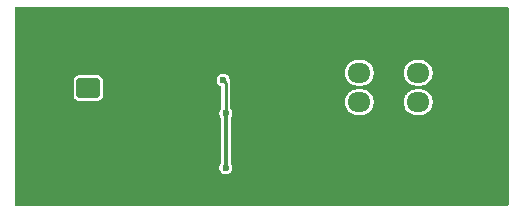
<source format=gbr>
%TF.GenerationSoftware,KiCad,Pcbnew,9.0.0*%
%TF.CreationDate,2025-04-24T23:50:50+03:00*%
%TF.ProjectId,Analog,416e616c-6f67-42e6-9b69-6361645f7063,rev?*%
%TF.SameCoordinates,Original*%
%TF.FileFunction,Copper,L2,Bot*%
%TF.FilePolarity,Positive*%
%FSLAX46Y46*%
G04 Gerber Fmt 4.6, Leading zero omitted, Abs format (unit mm)*
G04 Created by KiCad (PCBNEW 9.0.0) date 2025-04-24 23:50:50*
%MOMM*%
%LPD*%
G01*
G04 APERTURE LIST*
G04 Aperture macros list*
%AMRoundRect*
0 Rectangle with rounded corners*
0 $1 Rounding radius*
0 $2 $3 $4 $5 $6 $7 $8 $9 X,Y pos of 4 corners*
0 Add a 4 corners polygon primitive as box body*
4,1,4,$2,$3,$4,$5,$6,$7,$8,$9,$2,$3,0*
0 Add four circle primitives for the rounded corners*
1,1,$1+$1,$2,$3*
1,1,$1+$1,$4,$5*
1,1,$1+$1,$6,$7*
1,1,$1+$1,$8,$9*
0 Add four rect primitives between the rounded corners*
20,1,$1+$1,$2,$3,$4,$5,0*
20,1,$1+$1,$4,$5,$6,$7,0*
20,1,$1+$1,$6,$7,$8,$9,0*
20,1,$1+$1,$8,$9,$2,$3,0*%
G04 Aperture macros list end*
%TA.AperFunction,ComponentPad*%
%ADD10RoundRect,0.250000X0.725000X-0.600000X0.725000X0.600000X-0.725000X0.600000X-0.725000X-0.600000X0*%
%TD*%
%TA.AperFunction,ComponentPad*%
%ADD11O,1.950000X1.700000*%
%TD*%
%TA.AperFunction,ComponentPad*%
%ADD12C,2.600000*%
%TD*%
%TA.AperFunction,ConnectorPad*%
%ADD13C,3.800000*%
%TD*%
%TA.AperFunction,ComponentPad*%
%ADD14RoundRect,0.250000X-0.750000X0.600000X-0.750000X-0.600000X0.750000X-0.600000X0.750000X0.600000X0*%
%TD*%
%TA.AperFunction,ComponentPad*%
%ADD15O,2.000000X1.700000*%
%TD*%
%TA.AperFunction,ComponentPad*%
%ADD16C,0.600000*%
%TD*%
%TA.AperFunction,SMDPad,CuDef*%
%ADD17R,1.000000X2.650000*%
%TD*%
%TA.AperFunction,ViaPad*%
%ADD18C,0.600000*%
%TD*%
%TA.AperFunction,Conductor*%
%ADD19C,0.250000*%
%TD*%
%TA.AperFunction,Conductor*%
%ADD20C,0.350000*%
%TD*%
G04 APERTURE END LIST*
D10*
%TO.P,J2,1,Pin_1*%
%TO.N,AGND*%
X157230800Y-106132000D03*
D11*
%TO.P,J2,2,Pin_2*%
%TO.N,/AVSS*%
X157230800Y-103632000D03*
%TO.P,J2,3,Pin_3*%
%TO.N,/AVDD*%
X157230800Y-101132000D03*
%TD*%
D12*
%TO.P,H2,1,1*%
%TO.N,AGND*%
X130175000Y-110261400D03*
D13*
X130175000Y-110261400D03*
%TD*%
D12*
%TO.P,H1,1,1*%
%TO.N,AGND*%
X167538400Y-110083600D03*
D13*
X167538400Y-110083600D03*
%TD*%
D12*
%TO.P,H4,1,1*%
%TO.N,AGND*%
X167513000Y-97663000D03*
D13*
X167513000Y-97663000D03*
%TD*%
D12*
%TO.P,H3,1,1*%
%TO.N,AGND*%
X130175000Y-97536000D03*
D13*
X130175000Y-97536000D03*
%TD*%
D10*
%TO.P,J3,1,Pin_1*%
%TO.N,AGND*%
X162209200Y-106132000D03*
D11*
%TO.P,J3,2,Pin_2*%
%TO.N,/AVSS*%
X162209200Y-103632000D03*
%TO.P,J3,3,Pin_3*%
%TO.N,/AVDD*%
X162209200Y-101132000D03*
%TD*%
D14*
%TO.P,J1,1,Pin_1*%
%TO.N,/RAWA_Unprotected*%
X134289800Y-102438200D03*
D15*
%TO.P,J1,2,Pin_2*%
%TO.N,AGND*%
X134289800Y-104938200D03*
%TD*%
D16*
%TO.P,U1,13,PAD*%
%TO.N,AGND*%
X144284350Y-102501000D03*
X144284350Y-103501000D03*
D17*
X144284350Y-103501000D03*
D16*
X144284350Y-104501000D03*
%TD*%
D18*
%TO.N,AGND*%
X141782800Y-108559600D03*
X150337520Y-109626400D03*
X137439400Y-109051200D03*
X140538200Y-103987600D03*
%TO.N,RAW_A*%
X145923000Y-109194600D03*
X145724552Y-101782552D03*
%TO.N,AGND*%
X139319000Y-106121200D03*
%TO.N,RAW_A*%
X145938258Y-104556542D03*
%TO.N,AGND*%
X149199600Y-105511600D03*
X152593040Y-109626400D03*
X153492200Y-105511600D03*
X149021800Y-103581200D03*
X149479000Y-99695000D03*
X148234400Y-102844600D03*
X141859000Y-99110800D03*
X148082000Y-109626400D03*
X151790400Y-105511600D03*
X142764114Y-101844714D03*
X149199600Y-104698800D03*
X138506200Y-103022400D03*
X147015200Y-107696000D03*
X145034000Y-97891600D03*
X154863800Y-103149400D03*
X141782800Y-107746800D03*
X142773400Y-100990400D03*
X153720800Y-109626400D03*
X149209760Y-109626400D03*
X139623800Y-107924600D03*
X148259800Y-104241600D03*
X154813000Y-108153200D03*
X152069800Y-100609400D03*
X154813000Y-106629200D03*
X141147800Y-99618800D03*
X139522200Y-103962200D03*
X142750420Y-100177600D03*
X139319000Y-107035600D03*
X153492200Y-104673400D03*
X140563600Y-108559600D03*
X148259800Y-105511600D03*
X140512800Y-106121200D03*
X152069800Y-99695000D03*
X146329400Y-98298000D03*
X150241000Y-105511600D03*
X147472400Y-98298000D03*
X140868400Y-107721400D03*
X140563600Y-107035600D03*
X151465280Y-109626400D03*
X137363200Y-99669600D03*
X149479000Y-100609400D03*
X154838400Y-100431600D03*
X154863800Y-101981000D03*
X138506200Y-103962200D03*
X154787600Y-109601000D03*
X142621000Y-98399600D03*
X150742400Y-99720400D03*
X140182600Y-99695000D03*
X150723600Y-100609400D03*
X154863800Y-104343200D03*
X153441400Y-100609400D03*
X146913600Y-109093000D03*
X143738600Y-98359200D03*
X154838400Y-99288600D03*
X144856200Y-107696000D03*
X143840200Y-107696000D03*
X141554200Y-103997400D03*
X148336000Y-98729800D03*
X153441400Y-99720400D03*
X151715300Y-104697700D03*
X142504013Y-103931903D03*
%TD*%
D19*
%TO.N,RAW_A*%
X145938258Y-104556542D02*
X145938258Y-101996258D01*
D20*
X145923000Y-104571800D02*
X145938258Y-104556542D01*
D19*
X145938258Y-101996258D02*
X145724552Y-101782552D01*
D20*
X145923000Y-109194600D02*
X145923000Y-104571800D01*
%TD*%
%TA.AperFunction,Conductor*%
%TO.N,AGND*%
G36*
X169825739Y-95592385D02*
G01*
X169871494Y-95645189D01*
X169882700Y-95696700D01*
X169882700Y-112278500D01*
X169863015Y-112345539D01*
X169810211Y-112391294D01*
X169758700Y-112402500D01*
X128167700Y-112402500D01*
X128100661Y-112382815D01*
X128054906Y-112330011D01*
X128043700Y-112278500D01*
X128043700Y-101790335D01*
X133039300Y-101790335D01*
X133039300Y-103086070D01*
X133039301Y-103086076D01*
X133045708Y-103145683D01*
X133096002Y-103280528D01*
X133096006Y-103280535D01*
X133182252Y-103395744D01*
X133182255Y-103395747D01*
X133297464Y-103481993D01*
X133297471Y-103481997D01*
X133432317Y-103532291D01*
X133432316Y-103532291D01*
X133439244Y-103533035D01*
X133491927Y-103538700D01*
X135087672Y-103538699D01*
X135147283Y-103532291D01*
X135282131Y-103481996D01*
X135397346Y-103395746D01*
X135483596Y-103280531D01*
X135533891Y-103145683D01*
X135540300Y-103086073D01*
X135540299Y-101790328D01*
X135533891Y-101730717D01*
X135526193Y-101710077D01*
X145174052Y-101710077D01*
X145174052Y-101855027D01*
X145205238Y-101971414D01*
X145211569Y-101995040D01*
X145284040Y-102120563D01*
X145284042Y-102120565D01*
X145284043Y-102120567D01*
X145386537Y-102223061D01*
X145500759Y-102289007D01*
X145548973Y-102339573D01*
X145562758Y-102396393D01*
X145562758Y-104102156D01*
X145543073Y-104169195D01*
X145526439Y-104189837D01*
X145497751Y-104218524D01*
X145497746Y-104218530D01*
X145425275Y-104344053D01*
X145423968Y-104348930D01*
X145387758Y-104484067D01*
X145387758Y-104629017D01*
X145408226Y-104705402D01*
X145425275Y-104769031D01*
X145425276Y-104769032D01*
X145480886Y-104865349D01*
X145497500Y-104927350D01*
X145497500Y-108797363D01*
X145480887Y-108859363D01*
X145410017Y-108982111D01*
X145410016Y-108982115D01*
X145372500Y-109122125D01*
X145372500Y-109267075D01*
X145410016Y-109407085D01*
X145410017Y-109407088D01*
X145482488Y-109532611D01*
X145482490Y-109532613D01*
X145482491Y-109532615D01*
X145584985Y-109635109D01*
X145584986Y-109635110D01*
X145584988Y-109635111D01*
X145710511Y-109707582D01*
X145710512Y-109707582D01*
X145710515Y-109707584D01*
X145850525Y-109745100D01*
X145850528Y-109745100D01*
X145995472Y-109745100D01*
X145995475Y-109745100D01*
X146135485Y-109707584D01*
X146261015Y-109635109D01*
X146363509Y-109532615D01*
X146435984Y-109407085D01*
X146473500Y-109267075D01*
X146473500Y-109122125D01*
X146435984Y-108982115D01*
X146365113Y-108859363D01*
X146348500Y-108797363D01*
X146348500Y-104976093D01*
X146368185Y-104909054D01*
X146374127Y-104900603D01*
X146378761Y-104894562D01*
X146378767Y-104894557D01*
X146451242Y-104769027D01*
X146488758Y-104629017D01*
X146488758Y-104484067D01*
X146451242Y-104344057D01*
X146378767Y-104218527D01*
X146350077Y-104189837D01*
X146316592Y-104128514D01*
X146313758Y-104102156D01*
X146313758Y-103545389D01*
X156005300Y-103545389D01*
X156005300Y-103718611D01*
X156032398Y-103889701D01*
X156085927Y-104054445D01*
X156164568Y-104208788D01*
X156266386Y-104348928D01*
X156388872Y-104471414D01*
X156529012Y-104573232D01*
X156683355Y-104651873D01*
X156848099Y-104705402D01*
X157019189Y-104732500D01*
X157019190Y-104732500D01*
X157442410Y-104732500D01*
X157442411Y-104732500D01*
X157613501Y-104705402D01*
X157778245Y-104651873D01*
X157932588Y-104573232D01*
X158072728Y-104471414D01*
X158195214Y-104348928D01*
X158297032Y-104208788D01*
X158375673Y-104054445D01*
X158429202Y-103889701D01*
X158456300Y-103718611D01*
X158456300Y-103545389D01*
X160983700Y-103545389D01*
X160983700Y-103718611D01*
X161010798Y-103889701D01*
X161064327Y-104054445D01*
X161142968Y-104208788D01*
X161244786Y-104348928D01*
X161367272Y-104471414D01*
X161507412Y-104573232D01*
X161661755Y-104651873D01*
X161826499Y-104705402D01*
X161997589Y-104732500D01*
X161997590Y-104732500D01*
X162420810Y-104732500D01*
X162420811Y-104732500D01*
X162591901Y-104705402D01*
X162756645Y-104651873D01*
X162910988Y-104573232D01*
X163051128Y-104471414D01*
X163173614Y-104348928D01*
X163275432Y-104208788D01*
X163354073Y-104054445D01*
X163407602Y-103889701D01*
X163434700Y-103718611D01*
X163434700Y-103545389D01*
X163407602Y-103374299D01*
X163354073Y-103209555D01*
X163275432Y-103055212D01*
X163173614Y-102915072D01*
X163051128Y-102792586D01*
X162910988Y-102690768D01*
X162756645Y-102612127D01*
X162591901Y-102558598D01*
X162591899Y-102558597D01*
X162591898Y-102558597D01*
X162460471Y-102537781D01*
X162420811Y-102531500D01*
X161997589Y-102531500D01*
X161957928Y-102537781D01*
X161826502Y-102558597D01*
X161661752Y-102612128D01*
X161507411Y-102690768D01*
X161427456Y-102748859D01*
X161367272Y-102792586D01*
X161367270Y-102792588D01*
X161367269Y-102792588D01*
X161244788Y-102915069D01*
X161244788Y-102915070D01*
X161244786Y-102915072D01*
X161201059Y-102975256D01*
X161142968Y-103055211D01*
X161064328Y-103209552D01*
X161010797Y-103374302D01*
X160984760Y-103538698D01*
X160983700Y-103545389D01*
X158456300Y-103545389D01*
X158429202Y-103374299D01*
X158375673Y-103209555D01*
X158297032Y-103055212D01*
X158195214Y-102915072D01*
X158072728Y-102792586D01*
X157932588Y-102690768D01*
X157778245Y-102612127D01*
X157613501Y-102558598D01*
X157613499Y-102558597D01*
X157613498Y-102558597D01*
X157482071Y-102537781D01*
X157442411Y-102531500D01*
X157019189Y-102531500D01*
X156979528Y-102537781D01*
X156848102Y-102558597D01*
X156683352Y-102612128D01*
X156529011Y-102690768D01*
X156449056Y-102748859D01*
X156388872Y-102792586D01*
X156388870Y-102792588D01*
X156388869Y-102792588D01*
X156266388Y-102915069D01*
X156266388Y-102915070D01*
X156266386Y-102915072D01*
X156222659Y-102975256D01*
X156164568Y-103055211D01*
X156085928Y-103209552D01*
X156032397Y-103374302D01*
X156006360Y-103538698D01*
X156005300Y-103545389D01*
X146313758Y-103545389D01*
X146313758Y-101946823D01*
X146308577Y-101927490D01*
X146308576Y-101927486D01*
X146288168Y-101851321D01*
X146288167Y-101851318D01*
X146283942Y-101835548D01*
X146285690Y-101835079D01*
X146275052Y-101795376D01*
X146275052Y-101710079D01*
X146275052Y-101710077D01*
X146237536Y-101570067D01*
X146185913Y-101480654D01*
X146165063Y-101444540D01*
X146165058Y-101444534D01*
X146062569Y-101342045D01*
X146062563Y-101342040D01*
X145937040Y-101269569D01*
X145937041Y-101269569D01*
X145925558Y-101266492D01*
X145797027Y-101232052D01*
X145652077Y-101232052D01*
X145523545Y-101266492D01*
X145512063Y-101269569D01*
X145386540Y-101342040D01*
X145386534Y-101342045D01*
X145284045Y-101444534D01*
X145284040Y-101444540D01*
X145211569Y-101570063D01*
X145211568Y-101570067D01*
X145174052Y-101710077D01*
X135526193Y-101710077D01*
X135483596Y-101595869D01*
X135483595Y-101595868D01*
X135483593Y-101595864D01*
X135397347Y-101480655D01*
X135397344Y-101480652D01*
X135282135Y-101394406D01*
X135282128Y-101394402D01*
X135147282Y-101344108D01*
X135147283Y-101344108D01*
X135087683Y-101337701D01*
X135087681Y-101337700D01*
X135087673Y-101337700D01*
X135087664Y-101337700D01*
X133491929Y-101337700D01*
X133491923Y-101337701D01*
X133432316Y-101344108D01*
X133297471Y-101394402D01*
X133297464Y-101394406D01*
X133182255Y-101480652D01*
X133182252Y-101480655D01*
X133096006Y-101595864D01*
X133096002Y-101595871D01*
X133045708Y-101730717D01*
X133039301Y-101790316D01*
X133039301Y-101790323D01*
X133039300Y-101790335D01*
X128043700Y-101790335D01*
X128043700Y-101045389D01*
X156005300Y-101045389D01*
X156005300Y-101218610D01*
X156024849Y-101342043D01*
X156032398Y-101389701D01*
X156085927Y-101554445D01*
X156164568Y-101708788D01*
X156266386Y-101848928D01*
X156388872Y-101971414D01*
X156529012Y-102073232D01*
X156683355Y-102151873D01*
X156848099Y-102205402D01*
X157019189Y-102232500D01*
X157019190Y-102232500D01*
X157442410Y-102232500D01*
X157442411Y-102232500D01*
X157613501Y-102205402D01*
X157778245Y-102151873D01*
X157932588Y-102073232D01*
X158072728Y-101971414D01*
X158195214Y-101848928D01*
X158297032Y-101708788D01*
X158375673Y-101554445D01*
X158429202Y-101389701D01*
X158456300Y-101218611D01*
X158456300Y-101045389D01*
X160983700Y-101045389D01*
X160983700Y-101218610D01*
X161003249Y-101342043D01*
X161010798Y-101389701D01*
X161064327Y-101554445D01*
X161142968Y-101708788D01*
X161244786Y-101848928D01*
X161367272Y-101971414D01*
X161507412Y-102073232D01*
X161661755Y-102151873D01*
X161826499Y-102205402D01*
X161997589Y-102232500D01*
X161997590Y-102232500D01*
X162420810Y-102232500D01*
X162420811Y-102232500D01*
X162591901Y-102205402D01*
X162756645Y-102151873D01*
X162910988Y-102073232D01*
X163051128Y-101971414D01*
X163173614Y-101848928D01*
X163275432Y-101708788D01*
X163354073Y-101554445D01*
X163407602Y-101389701D01*
X163434700Y-101218611D01*
X163434700Y-101045389D01*
X163407602Y-100874299D01*
X163354073Y-100709555D01*
X163275432Y-100555212D01*
X163173614Y-100415072D01*
X163051128Y-100292586D01*
X162910988Y-100190768D01*
X162756645Y-100112127D01*
X162591901Y-100058598D01*
X162591899Y-100058597D01*
X162591898Y-100058597D01*
X162460471Y-100037781D01*
X162420811Y-100031500D01*
X161997589Y-100031500D01*
X161957928Y-100037781D01*
X161826502Y-100058597D01*
X161661752Y-100112128D01*
X161507411Y-100190768D01*
X161427456Y-100248859D01*
X161367272Y-100292586D01*
X161367270Y-100292588D01*
X161367269Y-100292588D01*
X161244788Y-100415069D01*
X161244788Y-100415070D01*
X161244786Y-100415072D01*
X161201059Y-100475256D01*
X161142968Y-100555211D01*
X161064328Y-100709552D01*
X161010797Y-100874302D01*
X160983700Y-101045389D01*
X158456300Y-101045389D01*
X158429202Y-100874299D01*
X158375673Y-100709555D01*
X158297032Y-100555212D01*
X158195214Y-100415072D01*
X158072728Y-100292586D01*
X157932588Y-100190768D01*
X157778245Y-100112127D01*
X157613501Y-100058598D01*
X157613499Y-100058597D01*
X157613498Y-100058597D01*
X157482071Y-100037781D01*
X157442411Y-100031500D01*
X157019189Y-100031500D01*
X156979528Y-100037781D01*
X156848102Y-100058597D01*
X156683352Y-100112128D01*
X156529011Y-100190768D01*
X156449056Y-100248859D01*
X156388872Y-100292586D01*
X156388870Y-100292588D01*
X156388869Y-100292588D01*
X156266388Y-100415069D01*
X156266388Y-100415070D01*
X156266386Y-100415072D01*
X156222659Y-100475256D01*
X156164568Y-100555211D01*
X156085928Y-100709552D01*
X156032397Y-100874302D01*
X156005300Y-101045389D01*
X128043700Y-101045389D01*
X128043700Y-95696700D01*
X128063385Y-95629661D01*
X128116189Y-95583906D01*
X128167700Y-95572700D01*
X169758700Y-95572700D01*
X169825739Y-95592385D01*
G37*
%TD.AperFunction*%
%TD*%
M02*

</source>
